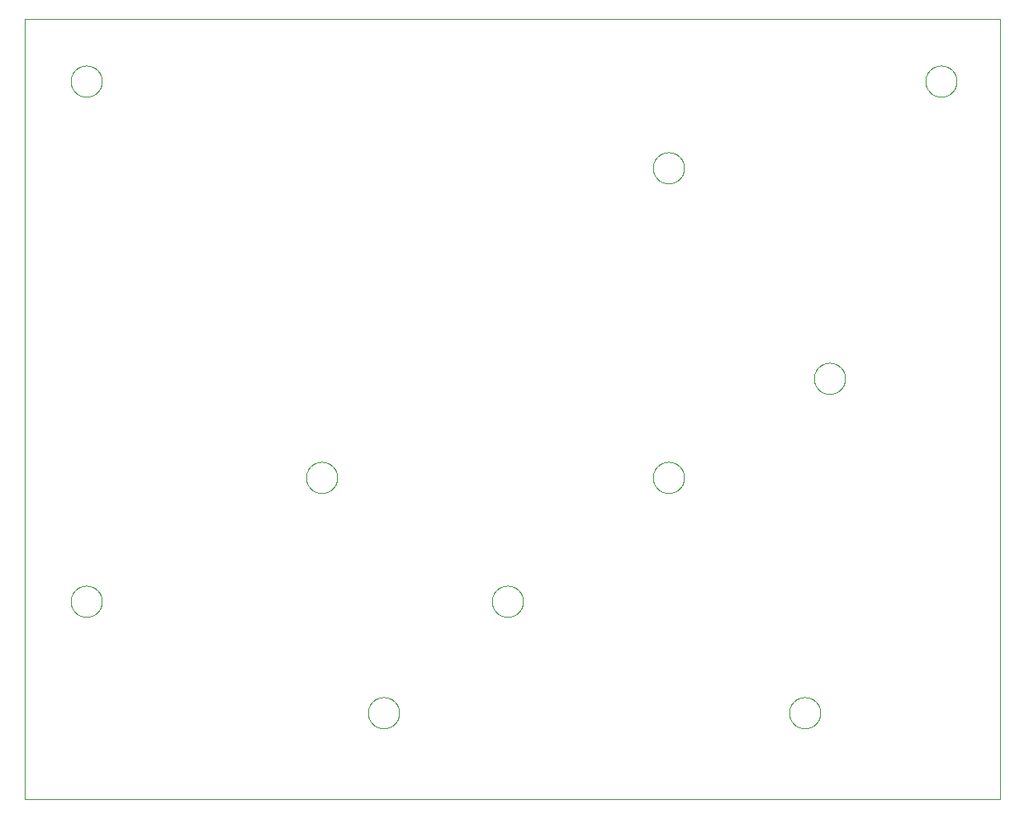
<source format=gbp>
G75*
%MOIN*%
%OFA0B0*%
%FSLAX25Y25*%
%IPPOS*%
%LPD*%
%AMOC8*
5,1,8,0,0,1.08239X$1,22.5*
%
%ADD10C,0.00000*%
D10*
X0002600Y0002600D02*
X0002600Y0317561D01*
X0396301Y0317561D01*
X0396301Y0002600D01*
X0002600Y0002600D01*
X0021301Y0082600D02*
X0021303Y0082758D01*
X0021309Y0082916D01*
X0021319Y0083074D01*
X0021333Y0083232D01*
X0021351Y0083389D01*
X0021372Y0083546D01*
X0021398Y0083702D01*
X0021428Y0083858D01*
X0021461Y0084013D01*
X0021499Y0084166D01*
X0021540Y0084319D01*
X0021585Y0084471D01*
X0021634Y0084622D01*
X0021687Y0084771D01*
X0021743Y0084919D01*
X0021803Y0085065D01*
X0021867Y0085210D01*
X0021935Y0085353D01*
X0022006Y0085495D01*
X0022080Y0085635D01*
X0022158Y0085772D01*
X0022240Y0085908D01*
X0022324Y0086042D01*
X0022413Y0086173D01*
X0022504Y0086302D01*
X0022599Y0086429D01*
X0022696Y0086554D01*
X0022797Y0086676D01*
X0022901Y0086795D01*
X0023008Y0086912D01*
X0023118Y0087026D01*
X0023231Y0087137D01*
X0023346Y0087246D01*
X0023464Y0087351D01*
X0023585Y0087453D01*
X0023708Y0087553D01*
X0023834Y0087649D01*
X0023962Y0087742D01*
X0024092Y0087832D01*
X0024225Y0087918D01*
X0024360Y0088002D01*
X0024496Y0088081D01*
X0024635Y0088158D01*
X0024776Y0088230D01*
X0024918Y0088300D01*
X0025062Y0088365D01*
X0025208Y0088427D01*
X0025355Y0088485D01*
X0025504Y0088540D01*
X0025654Y0088591D01*
X0025805Y0088638D01*
X0025957Y0088681D01*
X0026110Y0088720D01*
X0026265Y0088756D01*
X0026420Y0088787D01*
X0026576Y0088815D01*
X0026732Y0088839D01*
X0026889Y0088859D01*
X0027047Y0088875D01*
X0027204Y0088887D01*
X0027363Y0088895D01*
X0027521Y0088899D01*
X0027679Y0088899D01*
X0027837Y0088895D01*
X0027996Y0088887D01*
X0028153Y0088875D01*
X0028311Y0088859D01*
X0028468Y0088839D01*
X0028624Y0088815D01*
X0028780Y0088787D01*
X0028935Y0088756D01*
X0029090Y0088720D01*
X0029243Y0088681D01*
X0029395Y0088638D01*
X0029546Y0088591D01*
X0029696Y0088540D01*
X0029845Y0088485D01*
X0029992Y0088427D01*
X0030138Y0088365D01*
X0030282Y0088300D01*
X0030424Y0088230D01*
X0030565Y0088158D01*
X0030704Y0088081D01*
X0030840Y0088002D01*
X0030975Y0087918D01*
X0031108Y0087832D01*
X0031238Y0087742D01*
X0031366Y0087649D01*
X0031492Y0087553D01*
X0031615Y0087453D01*
X0031736Y0087351D01*
X0031854Y0087246D01*
X0031969Y0087137D01*
X0032082Y0087026D01*
X0032192Y0086912D01*
X0032299Y0086795D01*
X0032403Y0086676D01*
X0032504Y0086554D01*
X0032601Y0086429D01*
X0032696Y0086302D01*
X0032787Y0086173D01*
X0032876Y0086042D01*
X0032960Y0085908D01*
X0033042Y0085772D01*
X0033120Y0085635D01*
X0033194Y0085495D01*
X0033265Y0085353D01*
X0033333Y0085210D01*
X0033397Y0085065D01*
X0033457Y0084919D01*
X0033513Y0084771D01*
X0033566Y0084622D01*
X0033615Y0084471D01*
X0033660Y0084319D01*
X0033701Y0084166D01*
X0033739Y0084013D01*
X0033772Y0083858D01*
X0033802Y0083702D01*
X0033828Y0083546D01*
X0033849Y0083389D01*
X0033867Y0083232D01*
X0033881Y0083074D01*
X0033891Y0082916D01*
X0033897Y0082758D01*
X0033899Y0082600D01*
X0033897Y0082442D01*
X0033891Y0082284D01*
X0033881Y0082126D01*
X0033867Y0081968D01*
X0033849Y0081811D01*
X0033828Y0081654D01*
X0033802Y0081498D01*
X0033772Y0081342D01*
X0033739Y0081187D01*
X0033701Y0081034D01*
X0033660Y0080881D01*
X0033615Y0080729D01*
X0033566Y0080578D01*
X0033513Y0080429D01*
X0033457Y0080281D01*
X0033397Y0080135D01*
X0033333Y0079990D01*
X0033265Y0079847D01*
X0033194Y0079705D01*
X0033120Y0079565D01*
X0033042Y0079428D01*
X0032960Y0079292D01*
X0032876Y0079158D01*
X0032787Y0079027D01*
X0032696Y0078898D01*
X0032601Y0078771D01*
X0032504Y0078646D01*
X0032403Y0078524D01*
X0032299Y0078405D01*
X0032192Y0078288D01*
X0032082Y0078174D01*
X0031969Y0078063D01*
X0031854Y0077954D01*
X0031736Y0077849D01*
X0031615Y0077747D01*
X0031492Y0077647D01*
X0031366Y0077551D01*
X0031238Y0077458D01*
X0031108Y0077368D01*
X0030975Y0077282D01*
X0030840Y0077198D01*
X0030704Y0077119D01*
X0030565Y0077042D01*
X0030424Y0076970D01*
X0030282Y0076900D01*
X0030138Y0076835D01*
X0029992Y0076773D01*
X0029845Y0076715D01*
X0029696Y0076660D01*
X0029546Y0076609D01*
X0029395Y0076562D01*
X0029243Y0076519D01*
X0029090Y0076480D01*
X0028935Y0076444D01*
X0028780Y0076413D01*
X0028624Y0076385D01*
X0028468Y0076361D01*
X0028311Y0076341D01*
X0028153Y0076325D01*
X0027996Y0076313D01*
X0027837Y0076305D01*
X0027679Y0076301D01*
X0027521Y0076301D01*
X0027363Y0076305D01*
X0027204Y0076313D01*
X0027047Y0076325D01*
X0026889Y0076341D01*
X0026732Y0076361D01*
X0026576Y0076385D01*
X0026420Y0076413D01*
X0026265Y0076444D01*
X0026110Y0076480D01*
X0025957Y0076519D01*
X0025805Y0076562D01*
X0025654Y0076609D01*
X0025504Y0076660D01*
X0025355Y0076715D01*
X0025208Y0076773D01*
X0025062Y0076835D01*
X0024918Y0076900D01*
X0024776Y0076970D01*
X0024635Y0077042D01*
X0024496Y0077119D01*
X0024360Y0077198D01*
X0024225Y0077282D01*
X0024092Y0077368D01*
X0023962Y0077458D01*
X0023834Y0077551D01*
X0023708Y0077647D01*
X0023585Y0077747D01*
X0023464Y0077849D01*
X0023346Y0077954D01*
X0023231Y0078063D01*
X0023118Y0078174D01*
X0023008Y0078288D01*
X0022901Y0078405D01*
X0022797Y0078524D01*
X0022696Y0078646D01*
X0022599Y0078771D01*
X0022504Y0078898D01*
X0022413Y0079027D01*
X0022324Y0079158D01*
X0022240Y0079292D01*
X0022158Y0079428D01*
X0022080Y0079565D01*
X0022006Y0079705D01*
X0021935Y0079847D01*
X0021867Y0079990D01*
X0021803Y0080135D01*
X0021743Y0080281D01*
X0021687Y0080429D01*
X0021634Y0080578D01*
X0021585Y0080729D01*
X0021540Y0080881D01*
X0021499Y0081034D01*
X0021461Y0081187D01*
X0021428Y0081342D01*
X0021398Y0081498D01*
X0021372Y0081654D01*
X0021351Y0081811D01*
X0021333Y0081968D01*
X0021319Y0082126D01*
X0021309Y0082284D01*
X0021303Y0082442D01*
X0021301Y0082600D01*
X0116301Y0132600D02*
X0116303Y0132758D01*
X0116309Y0132916D01*
X0116319Y0133074D01*
X0116333Y0133232D01*
X0116351Y0133389D01*
X0116372Y0133546D01*
X0116398Y0133702D01*
X0116428Y0133858D01*
X0116461Y0134013D01*
X0116499Y0134166D01*
X0116540Y0134319D01*
X0116585Y0134471D01*
X0116634Y0134622D01*
X0116687Y0134771D01*
X0116743Y0134919D01*
X0116803Y0135065D01*
X0116867Y0135210D01*
X0116935Y0135353D01*
X0117006Y0135495D01*
X0117080Y0135635D01*
X0117158Y0135772D01*
X0117240Y0135908D01*
X0117324Y0136042D01*
X0117413Y0136173D01*
X0117504Y0136302D01*
X0117599Y0136429D01*
X0117696Y0136554D01*
X0117797Y0136676D01*
X0117901Y0136795D01*
X0118008Y0136912D01*
X0118118Y0137026D01*
X0118231Y0137137D01*
X0118346Y0137246D01*
X0118464Y0137351D01*
X0118585Y0137453D01*
X0118708Y0137553D01*
X0118834Y0137649D01*
X0118962Y0137742D01*
X0119092Y0137832D01*
X0119225Y0137918D01*
X0119360Y0138002D01*
X0119496Y0138081D01*
X0119635Y0138158D01*
X0119776Y0138230D01*
X0119918Y0138300D01*
X0120062Y0138365D01*
X0120208Y0138427D01*
X0120355Y0138485D01*
X0120504Y0138540D01*
X0120654Y0138591D01*
X0120805Y0138638D01*
X0120957Y0138681D01*
X0121110Y0138720D01*
X0121265Y0138756D01*
X0121420Y0138787D01*
X0121576Y0138815D01*
X0121732Y0138839D01*
X0121889Y0138859D01*
X0122047Y0138875D01*
X0122204Y0138887D01*
X0122363Y0138895D01*
X0122521Y0138899D01*
X0122679Y0138899D01*
X0122837Y0138895D01*
X0122996Y0138887D01*
X0123153Y0138875D01*
X0123311Y0138859D01*
X0123468Y0138839D01*
X0123624Y0138815D01*
X0123780Y0138787D01*
X0123935Y0138756D01*
X0124090Y0138720D01*
X0124243Y0138681D01*
X0124395Y0138638D01*
X0124546Y0138591D01*
X0124696Y0138540D01*
X0124845Y0138485D01*
X0124992Y0138427D01*
X0125138Y0138365D01*
X0125282Y0138300D01*
X0125424Y0138230D01*
X0125565Y0138158D01*
X0125704Y0138081D01*
X0125840Y0138002D01*
X0125975Y0137918D01*
X0126108Y0137832D01*
X0126238Y0137742D01*
X0126366Y0137649D01*
X0126492Y0137553D01*
X0126615Y0137453D01*
X0126736Y0137351D01*
X0126854Y0137246D01*
X0126969Y0137137D01*
X0127082Y0137026D01*
X0127192Y0136912D01*
X0127299Y0136795D01*
X0127403Y0136676D01*
X0127504Y0136554D01*
X0127601Y0136429D01*
X0127696Y0136302D01*
X0127787Y0136173D01*
X0127876Y0136042D01*
X0127960Y0135908D01*
X0128042Y0135772D01*
X0128120Y0135635D01*
X0128194Y0135495D01*
X0128265Y0135353D01*
X0128333Y0135210D01*
X0128397Y0135065D01*
X0128457Y0134919D01*
X0128513Y0134771D01*
X0128566Y0134622D01*
X0128615Y0134471D01*
X0128660Y0134319D01*
X0128701Y0134166D01*
X0128739Y0134013D01*
X0128772Y0133858D01*
X0128802Y0133702D01*
X0128828Y0133546D01*
X0128849Y0133389D01*
X0128867Y0133232D01*
X0128881Y0133074D01*
X0128891Y0132916D01*
X0128897Y0132758D01*
X0128899Y0132600D01*
X0128897Y0132442D01*
X0128891Y0132284D01*
X0128881Y0132126D01*
X0128867Y0131968D01*
X0128849Y0131811D01*
X0128828Y0131654D01*
X0128802Y0131498D01*
X0128772Y0131342D01*
X0128739Y0131187D01*
X0128701Y0131034D01*
X0128660Y0130881D01*
X0128615Y0130729D01*
X0128566Y0130578D01*
X0128513Y0130429D01*
X0128457Y0130281D01*
X0128397Y0130135D01*
X0128333Y0129990D01*
X0128265Y0129847D01*
X0128194Y0129705D01*
X0128120Y0129565D01*
X0128042Y0129428D01*
X0127960Y0129292D01*
X0127876Y0129158D01*
X0127787Y0129027D01*
X0127696Y0128898D01*
X0127601Y0128771D01*
X0127504Y0128646D01*
X0127403Y0128524D01*
X0127299Y0128405D01*
X0127192Y0128288D01*
X0127082Y0128174D01*
X0126969Y0128063D01*
X0126854Y0127954D01*
X0126736Y0127849D01*
X0126615Y0127747D01*
X0126492Y0127647D01*
X0126366Y0127551D01*
X0126238Y0127458D01*
X0126108Y0127368D01*
X0125975Y0127282D01*
X0125840Y0127198D01*
X0125704Y0127119D01*
X0125565Y0127042D01*
X0125424Y0126970D01*
X0125282Y0126900D01*
X0125138Y0126835D01*
X0124992Y0126773D01*
X0124845Y0126715D01*
X0124696Y0126660D01*
X0124546Y0126609D01*
X0124395Y0126562D01*
X0124243Y0126519D01*
X0124090Y0126480D01*
X0123935Y0126444D01*
X0123780Y0126413D01*
X0123624Y0126385D01*
X0123468Y0126361D01*
X0123311Y0126341D01*
X0123153Y0126325D01*
X0122996Y0126313D01*
X0122837Y0126305D01*
X0122679Y0126301D01*
X0122521Y0126301D01*
X0122363Y0126305D01*
X0122204Y0126313D01*
X0122047Y0126325D01*
X0121889Y0126341D01*
X0121732Y0126361D01*
X0121576Y0126385D01*
X0121420Y0126413D01*
X0121265Y0126444D01*
X0121110Y0126480D01*
X0120957Y0126519D01*
X0120805Y0126562D01*
X0120654Y0126609D01*
X0120504Y0126660D01*
X0120355Y0126715D01*
X0120208Y0126773D01*
X0120062Y0126835D01*
X0119918Y0126900D01*
X0119776Y0126970D01*
X0119635Y0127042D01*
X0119496Y0127119D01*
X0119360Y0127198D01*
X0119225Y0127282D01*
X0119092Y0127368D01*
X0118962Y0127458D01*
X0118834Y0127551D01*
X0118708Y0127647D01*
X0118585Y0127747D01*
X0118464Y0127849D01*
X0118346Y0127954D01*
X0118231Y0128063D01*
X0118118Y0128174D01*
X0118008Y0128288D01*
X0117901Y0128405D01*
X0117797Y0128524D01*
X0117696Y0128646D01*
X0117599Y0128771D01*
X0117504Y0128898D01*
X0117413Y0129027D01*
X0117324Y0129158D01*
X0117240Y0129292D01*
X0117158Y0129428D01*
X0117080Y0129565D01*
X0117006Y0129705D01*
X0116935Y0129847D01*
X0116867Y0129990D01*
X0116803Y0130135D01*
X0116743Y0130281D01*
X0116687Y0130429D01*
X0116634Y0130578D01*
X0116585Y0130729D01*
X0116540Y0130881D01*
X0116499Y0131034D01*
X0116461Y0131187D01*
X0116428Y0131342D01*
X0116398Y0131498D01*
X0116372Y0131654D01*
X0116351Y0131811D01*
X0116333Y0131968D01*
X0116319Y0132126D01*
X0116309Y0132284D01*
X0116303Y0132442D01*
X0116301Y0132600D01*
X0191301Y0082600D02*
X0191303Y0082758D01*
X0191309Y0082916D01*
X0191319Y0083074D01*
X0191333Y0083232D01*
X0191351Y0083389D01*
X0191372Y0083546D01*
X0191398Y0083702D01*
X0191428Y0083858D01*
X0191461Y0084013D01*
X0191499Y0084166D01*
X0191540Y0084319D01*
X0191585Y0084471D01*
X0191634Y0084622D01*
X0191687Y0084771D01*
X0191743Y0084919D01*
X0191803Y0085065D01*
X0191867Y0085210D01*
X0191935Y0085353D01*
X0192006Y0085495D01*
X0192080Y0085635D01*
X0192158Y0085772D01*
X0192240Y0085908D01*
X0192324Y0086042D01*
X0192413Y0086173D01*
X0192504Y0086302D01*
X0192599Y0086429D01*
X0192696Y0086554D01*
X0192797Y0086676D01*
X0192901Y0086795D01*
X0193008Y0086912D01*
X0193118Y0087026D01*
X0193231Y0087137D01*
X0193346Y0087246D01*
X0193464Y0087351D01*
X0193585Y0087453D01*
X0193708Y0087553D01*
X0193834Y0087649D01*
X0193962Y0087742D01*
X0194092Y0087832D01*
X0194225Y0087918D01*
X0194360Y0088002D01*
X0194496Y0088081D01*
X0194635Y0088158D01*
X0194776Y0088230D01*
X0194918Y0088300D01*
X0195062Y0088365D01*
X0195208Y0088427D01*
X0195355Y0088485D01*
X0195504Y0088540D01*
X0195654Y0088591D01*
X0195805Y0088638D01*
X0195957Y0088681D01*
X0196110Y0088720D01*
X0196265Y0088756D01*
X0196420Y0088787D01*
X0196576Y0088815D01*
X0196732Y0088839D01*
X0196889Y0088859D01*
X0197047Y0088875D01*
X0197204Y0088887D01*
X0197363Y0088895D01*
X0197521Y0088899D01*
X0197679Y0088899D01*
X0197837Y0088895D01*
X0197996Y0088887D01*
X0198153Y0088875D01*
X0198311Y0088859D01*
X0198468Y0088839D01*
X0198624Y0088815D01*
X0198780Y0088787D01*
X0198935Y0088756D01*
X0199090Y0088720D01*
X0199243Y0088681D01*
X0199395Y0088638D01*
X0199546Y0088591D01*
X0199696Y0088540D01*
X0199845Y0088485D01*
X0199992Y0088427D01*
X0200138Y0088365D01*
X0200282Y0088300D01*
X0200424Y0088230D01*
X0200565Y0088158D01*
X0200704Y0088081D01*
X0200840Y0088002D01*
X0200975Y0087918D01*
X0201108Y0087832D01*
X0201238Y0087742D01*
X0201366Y0087649D01*
X0201492Y0087553D01*
X0201615Y0087453D01*
X0201736Y0087351D01*
X0201854Y0087246D01*
X0201969Y0087137D01*
X0202082Y0087026D01*
X0202192Y0086912D01*
X0202299Y0086795D01*
X0202403Y0086676D01*
X0202504Y0086554D01*
X0202601Y0086429D01*
X0202696Y0086302D01*
X0202787Y0086173D01*
X0202876Y0086042D01*
X0202960Y0085908D01*
X0203042Y0085772D01*
X0203120Y0085635D01*
X0203194Y0085495D01*
X0203265Y0085353D01*
X0203333Y0085210D01*
X0203397Y0085065D01*
X0203457Y0084919D01*
X0203513Y0084771D01*
X0203566Y0084622D01*
X0203615Y0084471D01*
X0203660Y0084319D01*
X0203701Y0084166D01*
X0203739Y0084013D01*
X0203772Y0083858D01*
X0203802Y0083702D01*
X0203828Y0083546D01*
X0203849Y0083389D01*
X0203867Y0083232D01*
X0203881Y0083074D01*
X0203891Y0082916D01*
X0203897Y0082758D01*
X0203899Y0082600D01*
X0203897Y0082442D01*
X0203891Y0082284D01*
X0203881Y0082126D01*
X0203867Y0081968D01*
X0203849Y0081811D01*
X0203828Y0081654D01*
X0203802Y0081498D01*
X0203772Y0081342D01*
X0203739Y0081187D01*
X0203701Y0081034D01*
X0203660Y0080881D01*
X0203615Y0080729D01*
X0203566Y0080578D01*
X0203513Y0080429D01*
X0203457Y0080281D01*
X0203397Y0080135D01*
X0203333Y0079990D01*
X0203265Y0079847D01*
X0203194Y0079705D01*
X0203120Y0079565D01*
X0203042Y0079428D01*
X0202960Y0079292D01*
X0202876Y0079158D01*
X0202787Y0079027D01*
X0202696Y0078898D01*
X0202601Y0078771D01*
X0202504Y0078646D01*
X0202403Y0078524D01*
X0202299Y0078405D01*
X0202192Y0078288D01*
X0202082Y0078174D01*
X0201969Y0078063D01*
X0201854Y0077954D01*
X0201736Y0077849D01*
X0201615Y0077747D01*
X0201492Y0077647D01*
X0201366Y0077551D01*
X0201238Y0077458D01*
X0201108Y0077368D01*
X0200975Y0077282D01*
X0200840Y0077198D01*
X0200704Y0077119D01*
X0200565Y0077042D01*
X0200424Y0076970D01*
X0200282Y0076900D01*
X0200138Y0076835D01*
X0199992Y0076773D01*
X0199845Y0076715D01*
X0199696Y0076660D01*
X0199546Y0076609D01*
X0199395Y0076562D01*
X0199243Y0076519D01*
X0199090Y0076480D01*
X0198935Y0076444D01*
X0198780Y0076413D01*
X0198624Y0076385D01*
X0198468Y0076361D01*
X0198311Y0076341D01*
X0198153Y0076325D01*
X0197996Y0076313D01*
X0197837Y0076305D01*
X0197679Y0076301D01*
X0197521Y0076301D01*
X0197363Y0076305D01*
X0197204Y0076313D01*
X0197047Y0076325D01*
X0196889Y0076341D01*
X0196732Y0076361D01*
X0196576Y0076385D01*
X0196420Y0076413D01*
X0196265Y0076444D01*
X0196110Y0076480D01*
X0195957Y0076519D01*
X0195805Y0076562D01*
X0195654Y0076609D01*
X0195504Y0076660D01*
X0195355Y0076715D01*
X0195208Y0076773D01*
X0195062Y0076835D01*
X0194918Y0076900D01*
X0194776Y0076970D01*
X0194635Y0077042D01*
X0194496Y0077119D01*
X0194360Y0077198D01*
X0194225Y0077282D01*
X0194092Y0077368D01*
X0193962Y0077458D01*
X0193834Y0077551D01*
X0193708Y0077647D01*
X0193585Y0077747D01*
X0193464Y0077849D01*
X0193346Y0077954D01*
X0193231Y0078063D01*
X0193118Y0078174D01*
X0193008Y0078288D01*
X0192901Y0078405D01*
X0192797Y0078524D01*
X0192696Y0078646D01*
X0192599Y0078771D01*
X0192504Y0078898D01*
X0192413Y0079027D01*
X0192324Y0079158D01*
X0192240Y0079292D01*
X0192158Y0079428D01*
X0192080Y0079565D01*
X0192006Y0079705D01*
X0191935Y0079847D01*
X0191867Y0079990D01*
X0191803Y0080135D01*
X0191743Y0080281D01*
X0191687Y0080429D01*
X0191634Y0080578D01*
X0191585Y0080729D01*
X0191540Y0080881D01*
X0191499Y0081034D01*
X0191461Y0081187D01*
X0191428Y0081342D01*
X0191398Y0081498D01*
X0191372Y0081654D01*
X0191351Y0081811D01*
X0191333Y0081968D01*
X0191319Y0082126D01*
X0191309Y0082284D01*
X0191303Y0082442D01*
X0191301Y0082600D01*
X0141301Y0037600D02*
X0141303Y0037758D01*
X0141309Y0037916D01*
X0141319Y0038074D01*
X0141333Y0038232D01*
X0141351Y0038389D01*
X0141372Y0038546D01*
X0141398Y0038702D01*
X0141428Y0038858D01*
X0141461Y0039013D01*
X0141499Y0039166D01*
X0141540Y0039319D01*
X0141585Y0039471D01*
X0141634Y0039622D01*
X0141687Y0039771D01*
X0141743Y0039919D01*
X0141803Y0040065D01*
X0141867Y0040210D01*
X0141935Y0040353D01*
X0142006Y0040495D01*
X0142080Y0040635D01*
X0142158Y0040772D01*
X0142240Y0040908D01*
X0142324Y0041042D01*
X0142413Y0041173D01*
X0142504Y0041302D01*
X0142599Y0041429D01*
X0142696Y0041554D01*
X0142797Y0041676D01*
X0142901Y0041795D01*
X0143008Y0041912D01*
X0143118Y0042026D01*
X0143231Y0042137D01*
X0143346Y0042246D01*
X0143464Y0042351D01*
X0143585Y0042453D01*
X0143708Y0042553D01*
X0143834Y0042649D01*
X0143962Y0042742D01*
X0144092Y0042832D01*
X0144225Y0042918D01*
X0144360Y0043002D01*
X0144496Y0043081D01*
X0144635Y0043158D01*
X0144776Y0043230D01*
X0144918Y0043300D01*
X0145062Y0043365D01*
X0145208Y0043427D01*
X0145355Y0043485D01*
X0145504Y0043540D01*
X0145654Y0043591D01*
X0145805Y0043638D01*
X0145957Y0043681D01*
X0146110Y0043720D01*
X0146265Y0043756D01*
X0146420Y0043787D01*
X0146576Y0043815D01*
X0146732Y0043839D01*
X0146889Y0043859D01*
X0147047Y0043875D01*
X0147204Y0043887D01*
X0147363Y0043895D01*
X0147521Y0043899D01*
X0147679Y0043899D01*
X0147837Y0043895D01*
X0147996Y0043887D01*
X0148153Y0043875D01*
X0148311Y0043859D01*
X0148468Y0043839D01*
X0148624Y0043815D01*
X0148780Y0043787D01*
X0148935Y0043756D01*
X0149090Y0043720D01*
X0149243Y0043681D01*
X0149395Y0043638D01*
X0149546Y0043591D01*
X0149696Y0043540D01*
X0149845Y0043485D01*
X0149992Y0043427D01*
X0150138Y0043365D01*
X0150282Y0043300D01*
X0150424Y0043230D01*
X0150565Y0043158D01*
X0150704Y0043081D01*
X0150840Y0043002D01*
X0150975Y0042918D01*
X0151108Y0042832D01*
X0151238Y0042742D01*
X0151366Y0042649D01*
X0151492Y0042553D01*
X0151615Y0042453D01*
X0151736Y0042351D01*
X0151854Y0042246D01*
X0151969Y0042137D01*
X0152082Y0042026D01*
X0152192Y0041912D01*
X0152299Y0041795D01*
X0152403Y0041676D01*
X0152504Y0041554D01*
X0152601Y0041429D01*
X0152696Y0041302D01*
X0152787Y0041173D01*
X0152876Y0041042D01*
X0152960Y0040908D01*
X0153042Y0040772D01*
X0153120Y0040635D01*
X0153194Y0040495D01*
X0153265Y0040353D01*
X0153333Y0040210D01*
X0153397Y0040065D01*
X0153457Y0039919D01*
X0153513Y0039771D01*
X0153566Y0039622D01*
X0153615Y0039471D01*
X0153660Y0039319D01*
X0153701Y0039166D01*
X0153739Y0039013D01*
X0153772Y0038858D01*
X0153802Y0038702D01*
X0153828Y0038546D01*
X0153849Y0038389D01*
X0153867Y0038232D01*
X0153881Y0038074D01*
X0153891Y0037916D01*
X0153897Y0037758D01*
X0153899Y0037600D01*
X0153897Y0037442D01*
X0153891Y0037284D01*
X0153881Y0037126D01*
X0153867Y0036968D01*
X0153849Y0036811D01*
X0153828Y0036654D01*
X0153802Y0036498D01*
X0153772Y0036342D01*
X0153739Y0036187D01*
X0153701Y0036034D01*
X0153660Y0035881D01*
X0153615Y0035729D01*
X0153566Y0035578D01*
X0153513Y0035429D01*
X0153457Y0035281D01*
X0153397Y0035135D01*
X0153333Y0034990D01*
X0153265Y0034847D01*
X0153194Y0034705D01*
X0153120Y0034565D01*
X0153042Y0034428D01*
X0152960Y0034292D01*
X0152876Y0034158D01*
X0152787Y0034027D01*
X0152696Y0033898D01*
X0152601Y0033771D01*
X0152504Y0033646D01*
X0152403Y0033524D01*
X0152299Y0033405D01*
X0152192Y0033288D01*
X0152082Y0033174D01*
X0151969Y0033063D01*
X0151854Y0032954D01*
X0151736Y0032849D01*
X0151615Y0032747D01*
X0151492Y0032647D01*
X0151366Y0032551D01*
X0151238Y0032458D01*
X0151108Y0032368D01*
X0150975Y0032282D01*
X0150840Y0032198D01*
X0150704Y0032119D01*
X0150565Y0032042D01*
X0150424Y0031970D01*
X0150282Y0031900D01*
X0150138Y0031835D01*
X0149992Y0031773D01*
X0149845Y0031715D01*
X0149696Y0031660D01*
X0149546Y0031609D01*
X0149395Y0031562D01*
X0149243Y0031519D01*
X0149090Y0031480D01*
X0148935Y0031444D01*
X0148780Y0031413D01*
X0148624Y0031385D01*
X0148468Y0031361D01*
X0148311Y0031341D01*
X0148153Y0031325D01*
X0147996Y0031313D01*
X0147837Y0031305D01*
X0147679Y0031301D01*
X0147521Y0031301D01*
X0147363Y0031305D01*
X0147204Y0031313D01*
X0147047Y0031325D01*
X0146889Y0031341D01*
X0146732Y0031361D01*
X0146576Y0031385D01*
X0146420Y0031413D01*
X0146265Y0031444D01*
X0146110Y0031480D01*
X0145957Y0031519D01*
X0145805Y0031562D01*
X0145654Y0031609D01*
X0145504Y0031660D01*
X0145355Y0031715D01*
X0145208Y0031773D01*
X0145062Y0031835D01*
X0144918Y0031900D01*
X0144776Y0031970D01*
X0144635Y0032042D01*
X0144496Y0032119D01*
X0144360Y0032198D01*
X0144225Y0032282D01*
X0144092Y0032368D01*
X0143962Y0032458D01*
X0143834Y0032551D01*
X0143708Y0032647D01*
X0143585Y0032747D01*
X0143464Y0032849D01*
X0143346Y0032954D01*
X0143231Y0033063D01*
X0143118Y0033174D01*
X0143008Y0033288D01*
X0142901Y0033405D01*
X0142797Y0033524D01*
X0142696Y0033646D01*
X0142599Y0033771D01*
X0142504Y0033898D01*
X0142413Y0034027D01*
X0142324Y0034158D01*
X0142240Y0034292D01*
X0142158Y0034428D01*
X0142080Y0034565D01*
X0142006Y0034705D01*
X0141935Y0034847D01*
X0141867Y0034990D01*
X0141803Y0035135D01*
X0141743Y0035281D01*
X0141687Y0035429D01*
X0141634Y0035578D01*
X0141585Y0035729D01*
X0141540Y0035881D01*
X0141499Y0036034D01*
X0141461Y0036187D01*
X0141428Y0036342D01*
X0141398Y0036498D01*
X0141372Y0036654D01*
X0141351Y0036811D01*
X0141333Y0036968D01*
X0141319Y0037126D01*
X0141309Y0037284D01*
X0141303Y0037442D01*
X0141301Y0037600D01*
X0256301Y0132600D02*
X0256303Y0132758D01*
X0256309Y0132916D01*
X0256319Y0133074D01*
X0256333Y0133232D01*
X0256351Y0133389D01*
X0256372Y0133546D01*
X0256398Y0133702D01*
X0256428Y0133858D01*
X0256461Y0134013D01*
X0256499Y0134166D01*
X0256540Y0134319D01*
X0256585Y0134471D01*
X0256634Y0134622D01*
X0256687Y0134771D01*
X0256743Y0134919D01*
X0256803Y0135065D01*
X0256867Y0135210D01*
X0256935Y0135353D01*
X0257006Y0135495D01*
X0257080Y0135635D01*
X0257158Y0135772D01*
X0257240Y0135908D01*
X0257324Y0136042D01*
X0257413Y0136173D01*
X0257504Y0136302D01*
X0257599Y0136429D01*
X0257696Y0136554D01*
X0257797Y0136676D01*
X0257901Y0136795D01*
X0258008Y0136912D01*
X0258118Y0137026D01*
X0258231Y0137137D01*
X0258346Y0137246D01*
X0258464Y0137351D01*
X0258585Y0137453D01*
X0258708Y0137553D01*
X0258834Y0137649D01*
X0258962Y0137742D01*
X0259092Y0137832D01*
X0259225Y0137918D01*
X0259360Y0138002D01*
X0259496Y0138081D01*
X0259635Y0138158D01*
X0259776Y0138230D01*
X0259918Y0138300D01*
X0260062Y0138365D01*
X0260208Y0138427D01*
X0260355Y0138485D01*
X0260504Y0138540D01*
X0260654Y0138591D01*
X0260805Y0138638D01*
X0260957Y0138681D01*
X0261110Y0138720D01*
X0261265Y0138756D01*
X0261420Y0138787D01*
X0261576Y0138815D01*
X0261732Y0138839D01*
X0261889Y0138859D01*
X0262047Y0138875D01*
X0262204Y0138887D01*
X0262363Y0138895D01*
X0262521Y0138899D01*
X0262679Y0138899D01*
X0262837Y0138895D01*
X0262996Y0138887D01*
X0263153Y0138875D01*
X0263311Y0138859D01*
X0263468Y0138839D01*
X0263624Y0138815D01*
X0263780Y0138787D01*
X0263935Y0138756D01*
X0264090Y0138720D01*
X0264243Y0138681D01*
X0264395Y0138638D01*
X0264546Y0138591D01*
X0264696Y0138540D01*
X0264845Y0138485D01*
X0264992Y0138427D01*
X0265138Y0138365D01*
X0265282Y0138300D01*
X0265424Y0138230D01*
X0265565Y0138158D01*
X0265704Y0138081D01*
X0265840Y0138002D01*
X0265975Y0137918D01*
X0266108Y0137832D01*
X0266238Y0137742D01*
X0266366Y0137649D01*
X0266492Y0137553D01*
X0266615Y0137453D01*
X0266736Y0137351D01*
X0266854Y0137246D01*
X0266969Y0137137D01*
X0267082Y0137026D01*
X0267192Y0136912D01*
X0267299Y0136795D01*
X0267403Y0136676D01*
X0267504Y0136554D01*
X0267601Y0136429D01*
X0267696Y0136302D01*
X0267787Y0136173D01*
X0267876Y0136042D01*
X0267960Y0135908D01*
X0268042Y0135772D01*
X0268120Y0135635D01*
X0268194Y0135495D01*
X0268265Y0135353D01*
X0268333Y0135210D01*
X0268397Y0135065D01*
X0268457Y0134919D01*
X0268513Y0134771D01*
X0268566Y0134622D01*
X0268615Y0134471D01*
X0268660Y0134319D01*
X0268701Y0134166D01*
X0268739Y0134013D01*
X0268772Y0133858D01*
X0268802Y0133702D01*
X0268828Y0133546D01*
X0268849Y0133389D01*
X0268867Y0133232D01*
X0268881Y0133074D01*
X0268891Y0132916D01*
X0268897Y0132758D01*
X0268899Y0132600D01*
X0268897Y0132442D01*
X0268891Y0132284D01*
X0268881Y0132126D01*
X0268867Y0131968D01*
X0268849Y0131811D01*
X0268828Y0131654D01*
X0268802Y0131498D01*
X0268772Y0131342D01*
X0268739Y0131187D01*
X0268701Y0131034D01*
X0268660Y0130881D01*
X0268615Y0130729D01*
X0268566Y0130578D01*
X0268513Y0130429D01*
X0268457Y0130281D01*
X0268397Y0130135D01*
X0268333Y0129990D01*
X0268265Y0129847D01*
X0268194Y0129705D01*
X0268120Y0129565D01*
X0268042Y0129428D01*
X0267960Y0129292D01*
X0267876Y0129158D01*
X0267787Y0129027D01*
X0267696Y0128898D01*
X0267601Y0128771D01*
X0267504Y0128646D01*
X0267403Y0128524D01*
X0267299Y0128405D01*
X0267192Y0128288D01*
X0267082Y0128174D01*
X0266969Y0128063D01*
X0266854Y0127954D01*
X0266736Y0127849D01*
X0266615Y0127747D01*
X0266492Y0127647D01*
X0266366Y0127551D01*
X0266238Y0127458D01*
X0266108Y0127368D01*
X0265975Y0127282D01*
X0265840Y0127198D01*
X0265704Y0127119D01*
X0265565Y0127042D01*
X0265424Y0126970D01*
X0265282Y0126900D01*
X0265138Y0126835D01*
X0264992Y0126773D01*
X0264845Y0126715D01*
X0264696Y0126660D01*
X0264546Y0126609D01*
X0264395Y0126562D01*
X0264243Y0126519D01*
X0264090Y0126480D01*
X0263935Y0126444D01*
X0263780Y0126413D01*
X0263624Y0126385D01*
X0263468Y0126361D01*
X0263311Y0126341D01*
X0263153Y0126325D01*
X0262996Y0126313D01*
X0262837Y0126305D01*
X0262679Y0126301D01*
X0262521Y0126301D01*
X0262363Y0126305D01*
X0262204Y0126313D01*
X0262047Y0126325D01*
X0261889Y0126341D01*
X0261732Y0126361D01*
X0261576Y0126385D01*
X0261420Y0126413D01*
X0261265Y0126444D01*
X0261110Y0126480D01*
X0260957Y0126519D01*
X0260805Y0126562D01*
X0260654Y0126609D01*
X0260504Y0126660D01*
X0260355Y0126715D01*
X0260208Y0126773D01*
X0260062Y0126835D01*
X0259918Y0126900D01*
X0259776Y0126970D01*
X0259635Y0127042D01*
X0259496Y0127119D01*
X0259360Y0127198D01*
X0259225Y0127282D01*
X0259092Y0127368D01*
X0258962Y0127458D01*
X0258834Y0127551D01*
X0258708Y0127647D01*
X0258585Y0127747D01*
X0258464Y0127849D01*
X0258346Y0127954D01*
X0258231Y0128063D01*
X0258118Y0128174D01*
X0258008Y0128288D01*
X0257901Y0128405D01*
X0257797Y0128524D01*
X0257696Y0128646D01*
X0257599Y0128771D01*
X0257504Y0128898D01*
X0257413Y0129027D01*
X0257324Y0129158D01*
X0257240Y0129292D01*
X0257158Y0129428D01*
X0257080Y0129565D01*
X0257006Y0129705D01*
X0256935Y0129847D01*
X0256867Y0129990D01*
X0256803Y0130135D01*
X0256743Y0130281D01*
X0256687Y0130429D01*
X0256634Y0130578D01*
X0256585Y0130729D01*
X0256540Y0130881D01*
X0256499Y0131034D01*
X0256461Y0131187D01*
X0256428Y0131342D01*
X0256398Y0131498D01*
X0256372Y0131654D01*
X0256351Y0131811D01*
X0256333Y0131968D01*
X0256319Y0132126D01*
X0256309Y0132284D01*
X0256303Y0132442D01*
X0256301Y0132600D01*
X0321301Y0172600D02*
X0321303Y0172758D01*
X0321309Y0172916D01*
X0321319Y0173074D01*
X0321333Y0173232D01*
X0321351Y0173389D01*
X0321372Y0173546D01*
X0321398Y0173702D01*
X0321428Y0173858D01*
X0321461Y0174013D01*
X0321499Y0174166D01*
X0321540Y0174319D01*
X0321585Y0174471D01*
X0321634Y0174622D01*
X0321687Y0174771D01*
X0321743Y0174919D01*
X0321803Y0175065D01*
X0321867Y0175210D01*
X0321935Y0175353D01*
X0322006Y0175495D01*
X0322080Y0175635D01*
X0322158Y0175772D01*
X0322240Y0175908D01*
X0322324Y0176042D01*
X0322413Y0176173D01*
X0322504Y0176302D01*
X0322599Y0176429D01*
X0322696Y0176554D01*
X0322797Y0176676D01*
X0322901Y0176795D01*
X0323008Y0176912D01*
X0323118Y0177026D01*
X0323231Y0177137D01*
X0323346Y0177246D01*
X0323464Y0177351D01*
X0323585Y0177453D01*
X0323708Y0177553D01*
X0323834Y0177649D01*
X0323962Y0177742D01*
X0324092Y0177832D01*
X0324225Y0177918D01*
X0324360Y0178002D01*
X0324496Y0178081D01*
X0324635Y0178158D01*
X0324776Y0178230D01*
X0324918Y0178300D01*
X0325062Y0178365D01*
X0325208Y0178427D01*
X0325355Y0178485D01*
X0325504Y0178540D01*
X0325654Y0178591D01*
X0325805Y0178638D01*
X0325957Y0178681D01*
X0326110Y0178720D01*
X0326265Y0178756D01*
X0326420Y0178787D01*
X0326576Y0178815D01*
X0326732Y0178839D01*
X0326889Y0178859D01*
X0327047Y0178875D01*
X0327204Y0178887D01*
X0327363Y0178895D01*
X0327521Y0178899D01*
X0327679Y0178899D01*
X0327837Y0178895D01*
X0327996Y0178887D01*
X0328153Y0178875D01*
X0328311Y0178859D01*
X0328468Y0178839D01*
X0328624Y0178815D01*
X0328780Y0178787D01*
X0328935Y0178756D01*
X0329090Y0178720D01*
X0329243Y0178681D01*
X0329395Y0178638D01*
X0329546Y0178591D01*
X0329696Y0178540D01*
X0329845Y0178485D01*
X0329992Y0178427D01*
X0330138Y0178365D01*
X0330282Y0178300D01*
X0330424Y0178230D01*
X0330565Y0178158D01*
X0330704Y0178081D01*
X0330840Y0178002D01*
X0330975Y0177918D01*
X0331108Y0177832D01*
X0331238Y0177742D01*
X0331366Y0177649D01*
X0331492Y0177553D01*
X0331615Y0177453D01*
X0331736Y0177351D01*
X0331854Y0177246D01*
X0331969Y0177137D01*
X0332082Y0177026D01*
X0332192Y0176912D01*
X0332299Y0176795D01*
X0332403Y0176676D01*
X0332504Y0176554D01*
X0332601Y0176429D01*
X0332696Y0176302D01*
X0332787Y0176173D01*
X0332876Y0176042D01*
X0332960Y0175908D01*
X0333042Y0175772D01*
X0333120Y0175635D01*
X0333194Y0175495D01*
X0333265Y0175353D01*
X0333333Y0175210D01*
X0333397Y0175065D01*
X0333457Y0174919D01*
X0333513Y0174771D01*
X0333566Y0174622D01*
X0333615Y0174471D01*
X0333660Y0174319D01*
X0333701Y0174166D01*
X0333739Y0174013D01*
X0333772Y0173858D01*
X0333802Y0173702D01*
X0333828Y0173546D01*
X0333849Y0173389D01*
X0333867Y0173232D01*
X0333881Y0173074D01*
X0333891Y0172916D01*
X0333897Y0172758D01*
X0333899Y0172600D01*
X0333897Y0172442D01*
X0333891Y0172284D01*
X0333881Y0172126D01*
X0333867Y0171968D01*
X0333849Y0171811D01*
X0333828Y0171654D01*
X0333802Y0171498D01*
X0333772Y0171342D01*
X0333739Y0171187D01*
X0333701Y0171034D01*
X0333660Y0170881D01*
X0333615Y0170729D01*
X0333566Y0170578D01*
X0333513Y0170429D01*
X0333457Y0170281D01*
X0333397Y0170135D01*
X0333333Y0169990D01*
X0333265Y0169847D01*
X0333194Y0169705D01*
X0333120Y0169565D01*
X0333042Y0169428D01*
X0332960Y0169292D01*
X0332876Y0169158D01*
X0332787Y0169027D01*
X0332696Y0168898D01*
X0332601Y0168771D01*
X0332504Y0168646D01*
X0332403Y0168524D01*
X0332299Y0168405D01*
X0332192Y0168288D01*
X0332082Y0168174D01*
X0331969Y0168063D01*
X0331854Y0167954D01*
X0331736Y0167849D01*
X0331615Y0167747D01*
X0331492Y0167647D01*
X0331366Y0167551D01*
X0331238Y0167458D01*
X0331108Y0167368D01*
X0330975Y0167282D01*
X0330840Y0167198D01*
X0330704Y0167119D01*
X0330565Y0167042D01*
X0330424Y0166970D01*
X0330282Y0166900D01*
X0330138Y0166835D01*
X0329992Y0166773D01*
X0329845Y0166715D01*
X0329696Y0166660D01*
X0329546Y0166609D01*
X0329395Y0166562D01*
X0329243Y0166519D01*
X0329090Y0166480D01*
X0328935Y0166444D01*
X0328780Y0166413D01*
X0328624Y0166385D01*
X0328468Y0166361D01*
X0328311Y0166341D01*
X0328153Y0166325D01*
X0327996Y0166313D01*
X0327837Y0166305D01*
X0327679Y0166301D01*
X0327521Y0166301D01*
X0327363Y0166305D01*
X0327204Y0166313D01*
X0327047Y0166325D01*
X0326889Y0166341D01*
X0326732Y0166361D01*
X0326576Y0166385D01*
X0326420Y0166413D01*
X0326265Y0166444D01*
X0326110Y0166480D01*
X0325957Y0166519D01*
X0325805Y0166562D01*
X0325654Y0166609D01*
X0325504Y0166660D01*
X0325355Y0166715D01*
X0325208Y0166773D01*
X0325062Y0166835D01*
X0324918Y0166900D01*
X0324776Y0166970D01*
X0324635Y0167042D01*
X0324496Y0167119D01*
X0324360Y0167198D01*
X0324225Y0167282D01*
X0324092Y0167368D01*
X0323962Y0167458D01*
X0323834Y0167551D01*
X0323708Y0167647D01*
X0323585Y0167747D01*
X0323464Y0167849D01*
X0323346Y0167954D01*
X0323231Y0168063D01*
X0323118Y0168174D01*
X0323008Y0168288D01*
X0322901Y0168405D01*
X0322797Y0168524D01*
X0322696Y0168646D01*
X0322599Y0168771D01*
X0322504Y0168898D01*
X0322413Y0169027D01*
X0322324Y0169158D01*
X0322240Y0169292D01*
X0322158Y0169428D01*
X0322080Y0169565D01*
X0322006Y0169705D01*
X0321935Y0169847D01*
X0321867Y0169990D01*
X0321803Y0170135D01*
X0321743Y0170281D01*
X0321687Y0170429D01*
X0321634Y0170578D01*
X0321585Y0170729D01*
X0321540Y0170881D01*
X0321499Y0171034D01*
X0321461Y0171187D01*
X0321428Y0171342D01*
X0321398Y0171498D01*
X0321372Y0171654D01*
X0321351Y0171811D01*
X0321333Y0171968D01*
X0321319Y0172126D01*
X0321309Y0172284D01*
X0321303Y0172442D01*
X0321301Y0172600D01*
X0256301Y0257600D02*
X0256303Y0257758D01*
X0256309Y0257916D01*
X0256319Y0258074D01*
X0256333Y0258232D01*
X0256351Y0258389D01*
X0256372Y0258546D01*
X0256398Y0258702D01*
X0256428Y0258858D01*
X0256461Y0259013D01*
X0256499Y0259166D01*
X0256540Y0259319D01*
X0256585Y0259471D01*
X0256634Y0259622D01*
X0256687Y0259771D01*
X0256743Y0259919D01*
X0256803Y0260065D01*
X0256867Y0260210D01*
X0256935Y0260353D01*
X0257006Y0260495D01*
X0257080Y0260635D01*
X0257158Y0260772D01*
X0257240Y0260908D01*
X0257324Y0261042D01*
X0257413Y0261173D01*
X0257504Y0261302D01*
X0257599Y0261429D01*
X0257696Y0261554D01*
X0257797Y0261676D01*
X0257901Y0261795D01*
X0258008Y0261912D01*
X0258118Y0262026D01*
X0258231Y0262137D01*
X0258346Y0262246D01*
X0258464Y0262351D01*
X0258585Y0262453D01*
X0258708Y0262553D01*
X0258834Y0262649D01*
X0258962Y0262742D01*
X0259092Y0262832D01*
X0259225Y0262918D01*
X0259360Y0263002D01*
X0259496Y0263081D01*
X0259635Y0263158D01*
X0259776Y0263230D01*
X0259918Y0263300D01*
X0260062Y0263365D01*
X0260208Y0263427D01*
X0260355Y0263485D01*
X0260504Y0263540D01*
X0260654Y0263591D01*
X0260805Y0263638D01*
X0260957Y0263681D01*
X0261110Y0263720D01*
X0261265Y0263756D01*
X0261420Y0263787D01*
X0261576Y0263815D01*
X0261732Y0263839D01*
X0261889Y0263859D01*
X0262047Y0263875D01*
X0262204Y0263887D01*
X0262363Y0263895D01*
X0262521Y0263899D01*
X0262679Y0263899D01*
X0262837Y0263895D01*
X0262996Y0263887D01*
X0263153Y0263875D01*
X0263311Y0263859D01*
X0263468Y0263839D01*
X0263624Y0263815D01*
X0263780Y0263787D01*
X0263935Y0263756D01*
X0264090Y0263720D01*
X0264243Y0263681D01*
X0264395Y0263638D01*
X0264546Y0263591D01*
X0264696Y0263540D01*
X0264845Y0263485D01*
X0264992Y0263427D01*
X0265138Y0263365D01*
X0265282Y0263300D01*
X0265424Y0263230D01*
X0265565Y0263158D01*
X0265704Y0263081D01*
X0265840Y0263002D01*
X0265975Y0262918D01*
X0266108Y0262832D01*
X0266238Y0262742D01*
X0266366Y0262649D01*
X0266492Y0262553D01*
X0266615Y0262453D01*
X0266736Y0262351D01*
X0266854Y0262246D01*
X0266969Y0262137D01*
X0267082Y0262026D01*
X0267192Y0261912D01*
X0267299Y0261795D01*
X0267403Y0261676D01*
X0267504Y0261554D01*
X0267601Y0261429D01*
X0267696Y0261302D01*
X0267787Y0261173D01*
X0267876Y0261042D01*
X0267960Y0260908D01*
X0268042Y0260772D01*
X0268120Y0260635D01*
X0268194Y0260495D01*
X0268265Y0260353D01*
X0268333Y0260210D01*
X0268397Y0260065D01*
X0268457Y0259919D01*
X0268513Y0259771D01*
X0268566Y0259622D01*
X0268615Y0259471D01*
X0268660Y0259319D01*
X0268701Y0259166D01*
X0268739Y0259013D01*
X0268772Y0258858D01*
X0268802Y0258702D01*
X0268828Y0258546D01*
X0268849Y0258389D01*
X0268867Y0258232D01*
X0268881Y0258074D01*
X0268891Y0257916D01*
X0268897Y0257758D01*
X0268899Y0257600D01*
X0268897Y0257442D01*
X0268891Y0257284D01*
X0268881Y0257126D01*
X0268867Y0256968D01*
X0268849Y0256811D01*
X0268828Y0256654D01*
X0268802Y0256498D01*
X0268772Y0256342D01*
X0268739Y0256187D01*
X0268701Y0256034D01*
X0268660Y0255881D01*
X0268615Y0255729D01*
X0268566Y0255578D01*
X0268513Y0255429D01*
X0268457Y0255281D01*
X0268397Y0255135D01*
X0268333Y0254990D01*
X0268265Y0254847D01*
X0268194Y0254705D01*
X0268120Y0254565D01*
X0268042Y0254428D01*
X0267960Y0254292D01*
X0267876Y0254158D01*
X0267787Y0254027D01*
X0267696Y0253898D01*
X0267601Y0253771D01*
X0267504Y0253646D01*
X0267403Y0253524D01*
X0267299Y0253405D01*
X0267192Y0253288D01*
X0267082Y0253174D01*
X0266969Y0253063D01*
X0266854Y0252954D01*
X0266736Y0252849D01*
X0266615Y0252747D01*
X0266492Y0252647D01*
X0266366Y0252551D01*
X0266238Y0252458D01*
X0266108Y0252368D01*
X0265975Y0252282D01*
X0265840Y0252198D01*
X0265704Y0252119D01*
X0265565Y0252042D01*
X0265424Y0251970D01*
X0265282Y0251900D01*
X0265138Y0251835D01*
X0264992Y0251773D01*
X0264845Y0251715D01*
X0264696Y0251660D01*
X0264546Y0251609D01*
X0264395Y0251562D01*
X0264243Y0251519D01*
X0264090Y0251480D01*
X0263935Y0251444D01*
X0263780Y0251413D01*
X0263624Y0251385D01*
X0263468Y0251361D01*
X0263311Y0251341D01*
X0263153Y0251325D01*
X0262996Y0251313D01*
X0262837Y0251305D01*
X0262679Y0251301D01*
X0262521Y0251301D01*
X0262363Y0251305D01*
X0262204Y0251313D01*
X0262047Y0251325D01*
X0261889Y0251341D01*
X0261732Y0251361D01*
X0261576Y0251385D01*
X0261420Y0251413D01*
X0261265Y0251444D01*
X0261110Y0251480D01*
X0260957Y0251519D01*
X0260805Y0251562D01*
X0260654Y0251609D01*
X0260504Y0251660D01*
X0260355Y0251715D01*
X0260208Y0251773D01*
X0260062Y0251835D01*
X0259918Y0251900D01*
X0259776Y0251970D01*
X0259635Y0252042D01*
X0259496Y0252119D01*
X0259360Y0252198D01*
X0259225Y0252282D01*
X0259092Y0252368D01*
X0258962Y0252458D01*
X0258834Y0252551D01*
X0258708Y0252647D01*
X0258585Y0252747D01*
X0258464Y0252849D01*
X0258346Y0252954D01*
X0258231Y0253063D01*
X0258118Y0253174D01*
X0258008Y0253288D01*
X0257901Y0253405D01*
X0257797Y0253524D01*
X0257696Y0253646D01*
X0257599Y0253771D01*
X0257504Y0253898D01*
X0257413Y0254027D01*
X0257324Y0254158D01*
X0257240Y0254292D01*
X0257158Y0254428D01*
X0257080Y0254565D01*
X0257006Y0254705D01*
X0256935Y0254847D01*
X0256867Y0254990D01*
X0256803Y0255135D01*
X0256743Y0255281D01*
X0256687Y0255429D01*
X0256634Y0255578D01*
X0256585Y0255729D01*
X0256540Y0255881D01*
X0256499Y0256034D01*
X0256461Y0256187D01*
X0256428Y0256342D01*
X0256398Y0256498D01*
X0256372Y0256654D01*
X0256351Y0256811D01*
X0256333Y0256968D01*
X0256319Y0257126D01*
X0256309Y0257284D01*
X0256303Y0257442D01*
X0256301Y0257600D01*
X0366301Y0292600D02*
X0366303Y0292758D01*
X0366309Y0292916D01*
X0366319Y0293074D01*
X0366333Y0293232D01*
X0366351Y0293389D01*
X0366372Y0293546D01*
X0366398Y0293702D01*
X0366428Y0293858D01*
X0366461Y0294013D01*
X0366499Y0294166D01*
X0366540Y0294319D01*
X0366585Y0294471D01*
X0366634Y0294622D01*
X0366687Y0294771D01*
X0366743Y0294919D01*
X0366803Y0295065D01*
X0366867Y0295210D01*
X0366935Y0295353D01*
X0367006Y0295495D01*
X0367080Y0295635D01*
X0367158Y0295772D01*
X0367240Y0295908D01*
X0367324Y0296042D01*
X0367413Y0296173D01*
X0367504Y0296302D01*
X0367599Y0296429D01*
X0367696Y0296554D01*
X0367797Y0296676D01*
X0367901Y0296795D01*
X0368008Y0296912D01*
X0368118Y0297026D01*
X0368231Y0297137D01*
X0368346Y0297246D01*
X0368464Y0297351D01*
X0368585Y0297453D01*
X0368708Y0297553D01*
X0368834Y0297649D01*
X0368962Y0297742D01*
X0369092Y0297832D01*
X0369225Y0297918D01*
X0369360Y0298002D01*
X0369496Y0298081D01*
X0369635Y0298158D01*
X0369776Y0298230D01*
X0369918Y0298300D01*
X0370062Y0298365D01*
X0370208Y0298427D01*
X0370355Y0298485D01*
X0370504Y0298540D01*
X0370654Y0298591D01*
X0370805Y0298638D01*
X0370957Y0298681D01*
X0371110Y0298720D01*
X0371265Y0298756D01*
X0371420Y0298787D01*
X0371576Y0298815D01*
X0371732Y0298839D01*
X0371889Y0298859D01*
X0372047Y0298875D01*
X0372204Y0298887D01*
X0372363Y0298895D01*
X0372521Y0298899D01*
X0372679Y0298899D01*
X0372837Y0298895D01*
X0372996Y0298887D01*
X0373153Y0298875D01*
X0373311Y0298859D01*
X0373468Y0298839D01*
X0373624Y0298815D01*
X0373780Y0298787D01*
X0373935Y0298756D01*
X0374090Y0298720D01*
X0374243Y0298681D01*
X0374395Y0298638D01*
X0374546Y0298591D01*
X0374696Y0298540D01*
X0374845Y0298485D01*
X0374992Y0298427D01*
X0375138Y0298365D01*
X0375282Y0298300D01*
X0375424Y0298230D01*
X0375565Y0298158D01*
X0375704Y0298081D01*
X0375840Y0298002D01*
X0375975Y0297918D01*
X0376108Y0297832D01*
X0376238Y0297742D01*
X0376366Y0297649D01*
X0376492Y0297553D01*
X0376615Y0297453D01*
X0376736Y0297351D01*
X0376854Y0297246D01*
X0376969Y0297137D01*
X0377082Y0297026D01*
X0377192Y0296912D01*
X0377299Y0296795D01*
X0377403Y0296676D01*
X0377504Y0296554D01*
X0377601Y0296429D01*
X0377696Y0296302D01*
X0377787Y0296173D01*
X0377876Y0296042D01*
X0377960Y0295908D01*
X0378042Y0295772D01*
X0378120Y0295635D01*
X0378194Y0295495D01*
X0378265Y0295353D01*
X0378333Y0295210D01*
X0378397Y0295065D01*
X0378457Y0294919D01*
X0378513Y0294771D01*
X0378566Y0294622D01*
X0378615Y0294471D01*
X0378660Y0294319D01*
X0378701Y0294166D01*
X0378739Y0294013D01*
X0378772Y0293858D01*
X0378802Y0293702D01*
X0378828Y0293546D01*
X0378849Y0293389D01*
X0378867Y0293232D01*
X0378881Y0293074D01*
X0378891Y0292916D01*
X0378897Y0292758D01*
X0378899Y0292600D01*
X0378897Y0292442D01*
X0378891Y0292284D01*
X0378881Y0292126D01*
X0378867Y0291968D01*
X0378849Y0291811D01*
X0378828Y0291654D01*
X0378802Y0291498D01*
X0378772Y0291342D01*
X0378739Y0291187D01*
X0378701Y0291034D01*
X0378660Y0290881D01*
X0378615Y0290729D01*
X0378566Y0290578D01*
X0378513Y0290429D01*
X0378457Y0290281D01*
X0378397Y0290135D01*
X0378333Y0289990D01*
X0378265Y0289847D01*
X0378194Y0289705D01*
X0378120Y0289565D01*
X0378042Y0289428D01*
X0377960Y0289292D01*
X0377876Y0289158D01*
X0377787Y0289027D01*
X0377696Y0288898D01*
X0377601Y0288771D01*
X0377504Y0288646D01*
X0377403Y0288524D01*
X0377299Y0288405D01*
X0377192Y0288288D01*
X0377082Y0288174D01*
X0376969Y0288063D01*
X0376854Y0287954D01*
X0376736Y0287849D01*
X0376615Y0287747D01*
X0376492Y0287647D01*
X0376366Y0287551D01*
X0376238Y0287458D01*
X0376108Y0287368D01*
X0375975Y0287282D01*
X0375840Y0287198D01*
X0375704Y0287119D01*
X0375565Y0287042D01*
X0375424Y0286970D01*
X0375282Y0286900D01*
X0375138Y0286835D01*
X0374992Y0286773D01*
X0374845Y0286715D01*
X0374696Y0286660D01*
X0374546Y0286609D01*
X0374395Y0286562D01*
X0374243Y0286519D01*
X0374090Y0286480D01*
X0373935Y0286444D01*
X0373780Y0286413D01*
X0373624Y0286385D01*
X0373468Y0286361D01*
X0373311Y0286341D01*
X0373153Y0286325D01*
X0372996Y0286313D01*
X0372837Y0286305D01*
X0372679Y0286301D01*
X0372521Y0286301D01*
X0372363Y0286305D01*
X0372204Y0286313D01*
X0372047Y0286325D01*
X0371889Y0286341D01*
X0371732Y0286361D01*
X0371576Y0286385D01*
X0371420Y0286413D01*
X0371265Y0286444D01*
X0371110Y0286480D01*
X0370957Y0286519D01*
X0370805Y0286562D01*
X0370654Y0286609D01*
X0370504Y0286660D01*
X0370355Y0286715D01*
X0370208Y0286773D01*
X0370062Y0286835D01*
X0369918Y0286900D01*
X0369776Y0286970D01*
X0369635Y0287042D01*
X0369496Y0287119D01*
X0369360Y0287198D01*
X0369225Y0287282D01*
X0369092Y0287368D01*
X0368962Y0287458D01*
X0368834Y0287551D01*
X0368708Y0287647D01*
X0368585Y0287747D01*
X0368464Y0287849D01*
X0368346Y0287954D01*
X0368231Y0288063D01*
X0368118Y0288174D01*
X0368008Y0288288D01*
X0367901Y0288405D01*
X0367797Y0288524D01*
X0367696Y0288646D01*
X0367599Y0288771D01*
X0367504Y0288898D01*
X0367413Y0289027D01*
X0367324Y0289158D01*
X0367240Y0289292D01*
X0367158Y0289428D01*
X0367080Y0289565D01*
X0367006Y0289705D01*
X0366935Y0289847D01*
X0366867Y0289990D01*
X0366803Y0290135D01*
X0366743Y0290281D01*
X0366687Y0290429D01*
X0366634Y0290578D01*
X0366585Y0290729D01*
X0366540Y0290881D01*
X0366499Y0291034D01*
X0366461Y0291187D01*
X0366428Y0291342D01*
X0366398Y0291498D01*
X0366372Y0291654D01*
X0366351Y0291811D01*
X0366333Y0291968D01*
X0366319Y0292126D01*
X0366309Y0292284D01*
X0366303Y0292442D01*
X0366301Y0292600D01*
X0311301Y0037600D02*
X0311303Y0037758D01*
X0311309Y0037916D01*
X0311319Y0038074D01*
X0311333Y0038232D01*
X0311351Y0038389D01*
X0311372Y0038546D01*
X0311398Y0038702D01*
X0311428Y0038858D01*
X0311461Y0039013D01*
X0311499Y0039166D01*
X0311540Y0039319D01*
X0311585Y0039471D01*
X0311634Y0039622D01*
X0311687Y0039771D01*
X0311743Y0039919D01*
X0311803Y0040065D01*
X0311867Y0040210D01*
X0311935Y0040353D01*
X0312006Y0040495D01*
X0312080Y0040635D01*
X0312158Y0040772D01*
X0312240Y0040908D01*
X0312324Y0041042D01*
X0312413Y0041173D01*
X0312504Y0041302D01*
X0312599Y0041429D01*
X0312696Y0041554D01*
X0312797Y0041676D01*
X0312901Y0041795D01*
X0313008Y0041912D01*
X0313118Y0042026D01*
X0313231Y0042137D01*
X0313346Y0042246D01*
X0313464Y0042351D01*
X0313585Y0042453D01*
X0313708Y0042553D01*
X0313834Y0042649D01*
X0313962Y0042742D01*
X0314092Y0042832D01*
X0314225Y0042918D01*
X0314360Y0043002D01*
X0314496Y0043081D01*
X0314635Y0043158D01*
X0314776Y0043230D01*
X0314918Y0043300D01*
X0315062Y0043365D01*
X0315208Y0043427D01*
X0315355Y0043485D01*
X0315504Y0043540D01*
X0315654Y0043591D01*
X0315805Y0043638D01*
X0315957Y0043681D01*
X0316110Y0043720D01*
X0316265Y0043756D01*
X0316420Y0043787D01*
X0316576Y0043815D01*
X0316732Y0043839D01*
X0316889Y0043859D01*
X0317047Y0043875D01*
X0317204Y0043887D01*
X0317363Y0043895D01*
X0317521Y0043899D01*
X0317679Y0043899D01*
X0317837Y0043895D01*
X0317996Y0043887D01*
X0318153Y0043875D01*
X0318311Y0043859D01*
X0318468Y0043839D01*
X0318624Y0043815D01*
X0318780Y0043787D01*
X0318935Y0043756D01*
X0319090Y0043720D01*
X0319243Y0043681D01*
X0319395Y0043638D01*
X0319546Y0043591D01*
X0319696Y0043540D01*
X0319845Y0043485D01*
X0319992Y0043427D01*
X0320138Y0043365D01*
X0320282Y0043300D01*
X0320424Y0043230D01*
X0320565Y0043158D01*
X0320704Y0043081D01*
X0320840Y0043002D01*
X0320975Y0042918D01*
X0321108Y0042832D01*
X0321238Y0042742D01*
X0321366Y0042649D01*
X0321492Y0042553D01*
X0321615Y0042453D01*
X0321736Y0042351D01*
X0321854Y0042246D01*
X0321969Y0042137D01*
X0322082Y0042026D01*
X0322192Y0041912D01*
X0322299Y0041795D01*
X0322403Y0041676D01*
X0322504Y0041554D01*
X0322601Y0041429D01*
X0322696Y0041302D01*
X0322787Y0041173D01*
X0322876Y0041042D01*
X0322960Y0040908D01*
X0323042Y0040772D01*
X0323120Y0040635D01*
X0323194Y0040495D01*
X0323265Y0040353D01*
X0323333Y0040210D01*
X0323397Y0040065D01*
X0323457Y0039919D01*
X0323513Y0039771D01*
X0323566Y0039622D01*
X0323615Y0039471D01*
X0323660Y0039319D01*
X0323701Y0039166D01*
X0323739Y0039013D01*
X0323772Y0038858D01*
X0323802Y0038702D01*
X0323828Y0038546D01*
X0323849Y0038389D01*
X0323867Y0038232D01*
X0323881Y0038074D01*
X0323891Y0037916D01*
X0323897Y0037758D01*
X0323899Y0037600D01*
X0323897Y0037442D01*
X0323891Y0037284D01*
X0323881Y0037126D01*
X0323867Y0036968D01*
X0323849Y0036811D01*
X0323828Y0036654D01*
X0323802Y0036498D01*
X0323772Y0036342D01*
X0323739Y0036187D01*
X0323701Y0036034D01*
X0323660Y0035881D01*
X0323615Y0035729D01*
X0323566Y0035578D01*
X0323513Y0035429D01*
X0323457Y0035281D01*
X0323397Y0035135D01*
X0323333Y0034990D01*
X0323265Y0034847D01*
X0323194Y0034705D01*
X0323120Y0034565D01*
X0323042Y0034428D01*
X0322960Y0034292D01*
X0322876Y0034158D01*
X0322787Y0034027D01*
X0322696Y0033898D01*
X0322601Y0033771D01*
X0322504Y0033646D01*
X0322403Y0033524D01*
X0322299Y0033405D01*
X0322192Y0033288D01*
X0322082Y0033174D01*
X0321969Y0033063D01*
X0321854Y0032954D01*
X0321736Y0032849D01*
X0321615Y0032747D01*
X0321492Y0032647D01*
X0321366Y0032551D01*
X0321238Y0032458D01*
X0321108Y0032368D01*
X0320975Y0032282D01*
X0320840Y0032198D01*
X0320704Y0032119D01*
X0320565Y0032042D01*
X0320424Y0031970D01*
X0320282Y0031900D01*
X0320138Y0031835D01*
X0319992Y0031773D01*
X0319845Y0031715D01*
X0319696Y0031660D01*
X0319546Y0031609D01*
X0319395Y0031562D01*
X0319243Y0031519D01*
X0319090Y0031480D01*
X0318935Y0031444D01*
X0318780Y0031413D01*
X0318624Y0031385D01*
X0318468Y0031361D01*
X0318311Y0031341D01*
X0318153Y0031325D01*
X0317996Y0031313D01*
X0317837Y0031305D01*
X0317679Y0031301D01*
X0317521Y0031301D01*
X0317363Y0031305D01*
X0317204Y0031313D01*
X0317047Y0031325D01*
X0316889Y0031341D01*
X0316732Y0031361D01*
X0316576Y0031385D01*
X0316420Y0031413D01*
X0316265Y0031444D01*
X0316110Y0031480D01*
X0315957Y0031519D01*
X0315805Y0031562D01*
X0315654Y0031609D01*
X0315504Y0031660D01*
X0315355Y0031715D01*
X0315208Y0031773D01*
X0315062Y0031835D01*
X0314918Y0031900D01*
X0314776Y0031970D01*
X0314635Y0032042D01*
X0314496Y0032119D01*
X0314360Y0032198D01*
X0314225Y0032282D01*
X0314092Y0032368D01*
X0313962Y0032458D01*
X0313834Y0032551D01*
X0313708Y0032647D01*
X0313585Y0032747D01*
X0313464Y0032849D01*
X0313346Y0032954D01*
X0313231Y0033063D01*
X0313118Y0033174D01*
X0313008Y0033288D01*
X0312901Y0033405D01*
X0312797Y0033524D01*
X0312696Y0033646D01*
X0312599Y0033771D01*
X0312504Y0033898D01*
X0312413Y0034027D01*
X0312324Y0034158D01*
X0312240Y0034292D01*
X0312158Y0034428D01*
X0312080Y0034565D01*
X0312006Y0034705D01*
X0311935Y0034847D01*
X0311867Y0034990D01*
X0311803Y0035135D01*
X0311743Y0035281D01*
X0311687Y0035429D01*
X0311634Y0035578D01*
X0311585Y0035729D01*
X0311540Y0035881D01*
X0311499Y0036034D01*
X0311461Y0036187D01*
X0311428Y0036342D01*
X0311398Y0036498D01*
X0311372Y0036654D01*
X0311351Y0036811D01*
X0311333Y0036968D01*
X0311319Y0037126D01*
X0311309Y0037284D01*
X0311303Y0037442D01*
X0311301Y0037600D01*
X0021301Y0292600D02*
X0021303Y0292758D01*
X0021309Y0292916D01*
X0021319Y0293074D01*
X0021333Y0293232D01*
X0021351Y0293389D01*
X0021372Y0293546D01*
X0021398Y0293702D01*
X0021428Y0293858D01*
X0021461Y0294013D01*
X0021499Y0294166D01*
X0021540Y0294319D01*
X0021585Y0294471D01*
X0021634Y0294622D01*
X0021687Y0294771D01*
X0021743Y0294919D01*
X0021803Y0295065D01*
X0021867Y0295210D01*
X0021935Y0295353D01*
X0022006Y0295495D01*
X0022080Y0295635D01*
X0022158Y0295772D01*
X0022240Y0295908D01*
X0022324Y0296042D01*
X0022413Y0296173D01*
X0022504Y0296302D01*
X0022599Y0296429D01*
X0022696Y0296554D01*
X0022797Y0296676D01*
X0022901Y0296795D01*
X0023008Y0296912D01*
X0023118Y0297026D01*
X0023231Y0297137D01*
X0023346Y0297246D01*
X0023464Y0297351D01*
X0023585Y0297453D01*
X0023708Y0297553D01*
X0023834Y0297649D01*
X0023962Y0297742D01*
X0024092Y0297832D01*
X0024225Y0297918D01*
X0024360Y0298002D01*
X0024496Y0298081D01*
X0024635Y0298158D01*
X0024776Y0298230D01*
X0024918Y0298300D01*
X0025062Y0298365D01*
X0025208Y0298427D01*
X0025355Y0298485D01*
X0025504Y0298540D01*
X0025654Y0298591D01*
X0025805Y0298638D01*
X0025957Y0298681D01*
X0026110Y0298720D01*
X0026265Y0298756D01*
X0026420Y0298787D01*
X0026576Y0298815D01*
X0026732Y0298839D01*
X0026889Y0298859D01*
X0027047Y0298875D01*
X0027204Y0298887D01*
X0027363Y0298895D01*
X0027521Y0298899D01*
X0027679Y0298899D01*
X0027837Y0298895D01*
X0027996Y0298887D01*
X0028153Y0298875D01*
X0028311Y0298859D01*
X0028468Y0298839D01*
X0028624Y0298815D01*
X0028780Y0298787D01*
X0028935Y0298756D01*
X0029090Y0298720D01*
X0029243Y0298681D01*
X0029395Y0298638D01*
X0029546Y0298591D01*
X0029696Y0298540D01*
X0029845Y0298485D01*
X0029992Y0298427D01*
X0030138Y0298365D01*
X0030282Y0298300D01*
X0030424Y0298230D01*
X0030565Y0298158D01*
X0030704Y0298081D01*
X0030840Y0298002D01*
X0030975Y0297918D01*
X0031108Y0297832D01*
X0031238Y0297742D01*
X0031366Y0297649D01*
X0031492Y0297553D01*
X0031615Y0297453D01*
X0031736Y0297351D01*
X0031854Y0297246D01*
X0031969Y0297137D01*
X0032082Y0297026D01*
X0032192Y0296912D01*
X0032299Y0296795D01*
X0032403Y0296676D01*
X0032504Y0296554D01*
X0032601Y0296429D01*
X0032696Y0296302D01*
X0032787Y0296173D01*
X0032876Y0296042D01*
X0032960Y0295908D01*
X0033042Y0295772D01*
X0033120Y0295635D01*
X0033194Y0295495D01*
X0033265Y0295353D01*
X0033333Y0295210D01*
X0033397Y0295065D01*
X0033457Y0294919D01*
X0033513Y0294771D01*
X0033566Y0294622D01*
X0033615Y0294471D01*
X0033660Y0294319D01*
X0033701Y0294166D01*
X0033739Y0294013D01*
X0033772Y0293858D01*
X0033802Y0293702D01*
X0033828Y0293546D01*
X0033849Y0293389D01*
X0033867Y0293232D01*
X0033881Y0293074D01*
X0033891Y0292916D01*
X0033897Y0292758D01*
X0033899Y0292600D01*
X0033897Y0292442D01*
X0033891Y0292284D01*
X0033881Y0292126D01*
X0033867Y0291968D01*
X0033849Y0291811D01*
X0033828Y0291654D01*
X0033802Y0291498D01*
X0033772Y0291342D01*
X0033739Y0291187D01*
X0033701Y0291034D01*
X0033660Y0290881D01*
X0033615Y0290729D01*
X0033566Y0290578D01*
X0033513Y0290429D01*
X0033457Y0290281D01*
X0033397Y0290135D01*
X0033333Y0289990D01*
X0033265Y0289847D01*
X0033194Y0289705D01*
X0033120Y0289565D01*
X0033042Y0289428D01*
X0032960Y0289292D01*
X0032876Y0289158D01*
X0032787Y0289027D01*
X0032696Y0288898D01*
X0032601Y0288771D01*
X0032504Y0288646D01*
X0032403Y0288524D01*
X0032299Y0288405D01*
X0032192Y0288288D01*
X0032082Y0288174D01*
X0031969Y0288063D01*
X0031854Y0287954D01*
X0031736Y0287849D01*
X0031615Y0287747D01*
X0031492Y0287647D01*
X0031366Y0287551D01*
X0031238Y0287458D01*
X0031108Y0287368D01*
X0030975Y0287282D01*
X0030840Y0287198D01*
X0030704Y0287119D01*
X0030565Y0287042D01*
X0030424Y0286970D01*
X0030282Y0286900D01*
X0030138Y0286835D01*
X0029992Y0286773D01*
X0029845Y0286715D01*
X0029696Y0286660D01*
X0029546Y0286609D01*
X0029395Y0286562D01*
X0029243Y0286519D01*
X0029090Y0286480D01*
X0028935Y0286444D01*
X0028780Y0286413D01*
X0028624Y0286385D01*
X0028468Y0286361D01*
X0028311Y0286341D01*
X0028153Y0286325D01*
X0027996Y0286313D01*
X0027837Y0286305D01*
X0027679Y0286301D01*
X0027521Y0286301D01*
X0027363Y0286305D01*
X0027204Y0286313D01*
X0027047Y0286325D01*
X0026889Y0286341D01*
X0026732Y0286361D01*
X0026576Y0286385D01*
X0026420Y0286413D01*
X0026265Y0286444D01*
X0026110Y0286480D01*
X0025957Y0286519D01*
X0025805Y0286562D01*
X0025654Y0286609D01*
X0025504Y0286660D01*
X0025355Y0286715D01*
X0025208Y0286773D01*
X0025062Y0286835D01*
X0024918Y0286900D01*
X0024776Y0286970D01*
X0024635Y0287042D01*
X0024496Y0287119D01*
X0024360Y0287198D01*
X0024225Y0287282D01*
X0024092Y0287368D01*
X0023962Y0287458D01*
X0023834Y0287551D01*
X0023708Y0287647D01*
X0023585Y0287747D01*
X0023464Y0287849D01*
X0023346Y0287954D01*
X0023231Y0288063D01*
X0023118Y0288174D01*
X0023008Y0288288D01*
X0022901Y0288405D01*
X0022797Y0288524D01*
X0022696Y0288646D01*
X0022599Y0288771D01*
X0022504Y0288898D01*
X0022413Y0289027D01*
X0022324Y0289158D01*
X0022240Y0289292D01*
X0022158Y0289428D01*
X0022080Y0289565D01*
X0022006Y0289705D01*
X0021935Y0289847D01*
X0021867Y0289990D01*
X0021803Y0290135D01*
X0021743Y0290281D01*
X0021687Y0290429D01*
X0021634Y0290578D01*
X0021585Y0290729D01*
X0021540Y0290881D01*
X0021499Y0291034D01*
X0021461Y0291187D01*
X0021428Y0291342D01*
X0021398Y0291498D01*
X0021372Y0291654D01*
X0021351Y0291811D01*
X0021333Y0291968D01*
X0021319Y0292126D01*
X0021309Y0292284D01*
X0021303Y0292442D01*
X0021301Y0292600D01*
M02*

</source>
